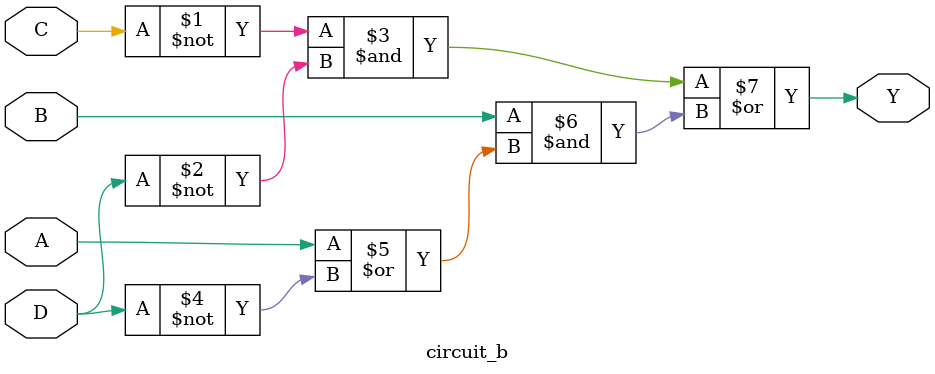
<source format=v>
module circuit_b(
    input A, B, C, D,
    output Y
);

    assign Y = (~C & ~D) | B & (A | ~D);

endmodule

</source>
